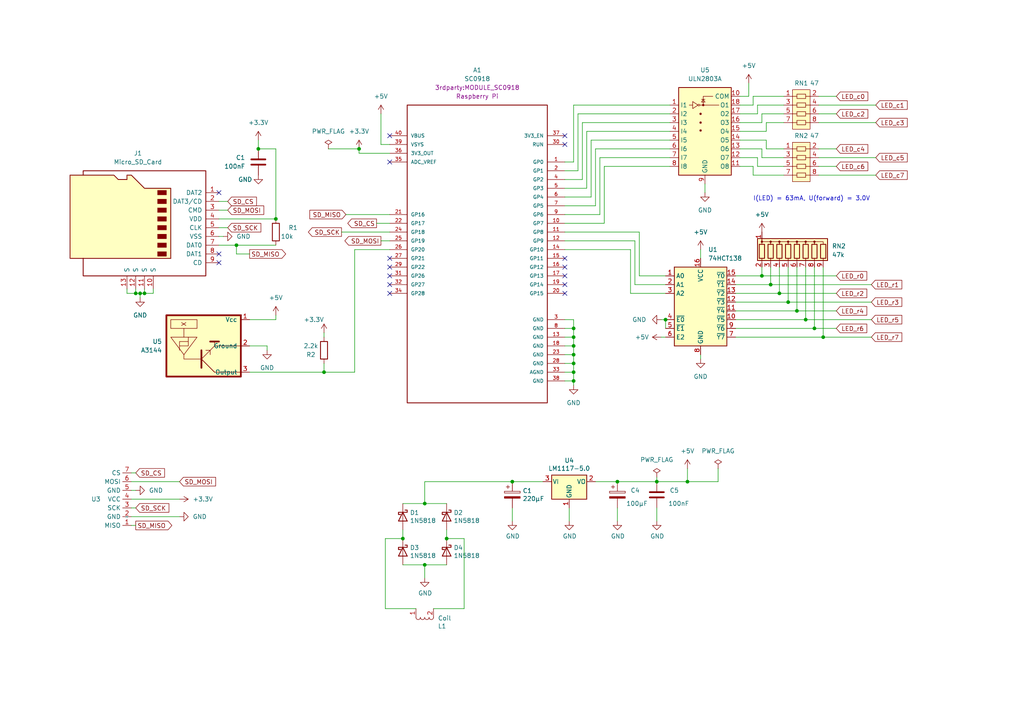
<source format=kicad_sch>
(kicad_sch (version 20230121) (generator eeschema)
  (paper "A4")
  (lib_symbols
    (symbol "74xx:74HCT138"
      (property "Reference" "U" (at -7.62 13.97 0))
      (property "Value" "74HCT138" (at 2.54 -11.43 0))
      (symbol "74HCT138_0_1"
        (rectangle (start -7.62 12.7) (end 7.62 -10.16) (stroke (width 0.254)) (fill (type background)))
      )
      (symbol "74HCT138_1_1"
        (pin input line (at -10.16 10.16 0) (length 2.54) (name "A0") (number "1"))
        (pin output line (at 10.16 -2.54 180) (length 2.54) (name "~{Y5}") (number "10"))
        (pin output line (at 10.16 0 180) (length 2.54) (name "~{Y4}") (number "11"))
        (pin output line (at 10.16 2.54 180) (length 2.54) (name "~{Y3}") (number "12"))
        (pin output line (at 10.16 5.08 180) (length 2.54) (name "~{Y2}") (number "13"))
        (pin output line (at 10.16 7.62 180) (length 2.54) (name "~{Y1}") (number "14"))
        (pin output line (at 10.16 10.16 180) (length 2.54) (name "~{Y0}") (number "15"))
        (pin power_in line (at 0 15.24 270) (length 2.54) (name "VCC") (number "16"))
        (pin input line (at -10.16 7.62 0) (length 2.54) (name "A1") (number "2"))
        (pin input line (at -10.16 5.08 0) (length 2.54) (name "A2") (number "3"))
        (pin input line (at -10.16 -2.54 0) (length 2.54) (name "~{E0}") (number "4"))
        (pin input line (at -10.16 -5.08 0) (length 2.54) (name "~{E1}") (number "5"))
        (pin input line (at -10.16 -7.62 0) (length 2.54) (name "E2") (number "6"))
        (pin output line (at 10.16 -7.62 180) (length 2.54) (name "~{Y7}") (number "7"))
        (pin power_in line (at 0 -12.7 90) (length 2.54) (name "GND") (number "8"))
        (pin output line (at 10.16 -5.08 180) (length 2.54) (name "~{Y6}") (number "9"))
      )
    )
    (symbol "Device:C" (pin_numbers hide) (pin_names (offset 0.254))
      (property "Reference" "C" (at 0.635 2.54 0))
      (property "Value" "C" (at 0.635 -2.54 0))
      (symbol "C_0_1"
        (polyline (pts (xy -2.032 -0.762) (xy 2.032 -0.762)) (stroke (width 0.508)))
        (polyline (pts (xy -2.032 0.762) (xy 2.032 0.762)) (stroke (width 0.508)))
      )
      (symbol "C_1_1"
        (pin passive line (at 0 3.81 270) (length 2.794) (name "~") (number "1"))
        (pin passive line (at 0 -3.81 90) (length 2.794) (name "~") (number "2"))
      )
    )
    (symbol "Device:D_Schottky" (pin_numbers hide) (pin_names (offset 1.016) hide)
      (property "Reference" "D" (at 0 2.54 0))
      (property "Value" "D_Schottky" (at 0 -2.54 0))
      (symbol "D_Schottky_0_1"
        (polyline (pts (xy 1.27 0) (xy -1.27 0)))
        (polyline (pts (xy 1.27 1.27) (xy 1.27 -1.27) (xy -1.27 0) (xy 1.27 1.27)) (stroke (width 0.254)))
        (polyline (pts (xy -1.905 0.635) (xy -1.905 1.27) (xy -1.27 1.27) (xy -1.27 -1.27) (xy -0.635 -1.27) (xy -0.635 -0.635)) (stroke (width 0.254)))
      )
      (symbol "D_Schottky_1_1"
        (pin passive line (at -3.81 0 0) (length 2.54) (name "K") (number "1"))
        (pin passive line (at 3.81 0 180) (length 2.54) (name "A") (number "2"))
      )
    )
    (symbol "Device:R" (pin_numbers hide) (pin_names (offset 0))
      (property "Reference" "R" (at 2.032 0 90))
      (property "Value" "R" (at 0 0 90))
      (symbol "R_0_1"
        (rectangle (start -1.016 -2.54) (end 1.016 2.54) (stroke (width 0.254)))
      )
      (symbol "R_1_1"
        (pin passive line (at 0 3.81 270) (length 1.27) (name "~") (number "1"))
        (pin passive line (at 0 -3.81 90) (length 1.27) (name "~") (number "2"))
      )
    )
    (symbol "Device:R_Network08" (pin_names (offset 0) hide)
      (property "Reference" "RN" (at -12.7 0 90))
      (property "Value" "R_Network08" (at 10.16 0 90))
      (symbol "R_Network08_0_1"
        (rectangle (start -11.43 -3.175) (end 8.89 3.175) (stroke (width 0.254)) (fill (type background)))
        (rectangle (start -10.922 1.524) (end -9.398 -2.54) (stroke (width 0.254)))
        (circle (center -10.16 2.286) (radius 0.254) (fill (type outline)))
        (rectangle (start -8.382 1.524) (end -6.858 -2.54) (stroke (width 0.254)))
        (circle (center -7.62 2.286) (radius 0.254) (fill (type outline)))
        (rectangle (start -5.842 1.524) (end -4.318 -2.54) (stroke (width 0.254)))
        (circle (center -5.08 2.286) (radius 0.254) (fill (type outline)))
        (rectangle (start -3.302 1.524) (end -1.778 -2.54) (stroke (width 0.254)))
        (circle (center -2.54 2.286) (radius 0.254) (fill (type outline)))
        (rectangle (start -0.762 1.524) (end 0.762 -2.54) (stroke (width 0.254)))
        (polyline (pts (xy -10.16 -2.54) (xy -10.16 -3.81)))
        (polyline (pts (xy -7.62 -2.54) (xy -7.62 -3.81)))
        (polyline (pts (xy -5.08 -2.54) (xy -5.08 -3.81)))
        (polyline (pts (xy -2.54 -2.54) (xy -2.54 -3.81)))
        (polyline (pts (xy 0 -2.54) (xy 0 -3.81)))
        (polyline (pts (xy 2.54 -2.54) (xy 2.54 -3.81)))
        (polyline (pts (xy 5.08 -2.54) (xy 5.08 -3.81)))
        (polyline (pts (xy 7.62 -2.54) (xy 7.62 -3.81)))
        (polyline (pts (xy -10.16 1.524) (xy -10.16 2.286) (xy -7.62 2.286) (xy -7.62 1.524)))
        (polyline (pts (xy -7.62 1.524) (xy -7.62 2.286) (xy -5.08 2.286) (xy -5.08 1.524)))
        (polyline (pts (xy -5.08 1.524) (xy -5.08 2.286) (xy -2.54 2.286) (xy -2.54 1.524)))
        (polyline (pts (xy -2.54 1.524) (xy -2.54 2.286) (xy 0 2.286) (xy 0 1.524)))
        (polyline (pts (xy 0 1.524) (xy 0 2.286) (xy 2.54 2.286) (xy 2.54 1.524)))
        (polyline (pts (xy 2.54 1.524) (xy 2.54 2.286) (xy 5.08 2.286) (xy 5.08 1.524)))
        (polyline (pts (xy 5.08 1.524) (xy 5.08 2.286) (xy 7.62 2.286) (xy 7.62 1.524)))
        (circle (center 0 2.286) (radius 0.254) (fill (type outline)))
        (rectangle (start 1.778 1.524) (end 3.302 -2.54) (stroke (width 0.254)))
        (circle (center 2.54 2.286) (radius 0.254) (fill (type outline)))
        (rectangle (start 4.318 1.524) (end 5.842 -2.54) (stroke (width 0.254)))
        (circle (center 5.08 2.286) (radius 0.254) (fill (type outline)))
        (rectangle (start 6.858 1.524) (end 8.382 -2.54) (stroke (width 0.254)))
      )
      (symbol "R_Network08_1_1"
        (pin passive line (at -10.16 5.08 270) (length 2.54) (name "common") (number "1"))
        (pin passive line (at -10.16 -5.08 90) (length 1.27) (name "R1") (number "2"))
        (pin passive line (at -7.62 -5.08 90) (length 1.27) (name "R2") (number "3"))
        (pin passive line (at -5.08 -5.08 90) (length 1.27) (name "R3") (number "4"))
        (pin passive line (at -2.54 -5.08 90) (length 1.27) (name "R4") (number "5"))
        (pin passive line (at 0 -5.08 90) (length 1.27) (name "R5") (number "6"))
        (pin passive line (at 2.54 -5.08 90) (length 1.27) (name "R6") (number "7"))
        (pin passive line (at 5.08 -5.08 90) (length 1.27) (name "R7") (number "8"))
        (pin passive line (at 7.62 -5.08 90) (length 1.27) (name "R8") (number "9"))
      )
    )
    (symbol "New_Library:RN4"
      (property "Reference" "RN" (at -0.635 6.985 0))
      (symbol "RN4_0_1"
        (rectangle (start -1.27 -3.175) (end 1.27 -4.445))
        (rectangle (start -1.27 -0.635) (end 1.27 -1.905))
        (rectangle (start -1.27 1.905) (end 1.27 0.635))
        (rectangle (start -1.27 4.445) (end 1.27 3.175))
        (polyline (pts (xy -2.54 -3.81) (xy -1.27 -3.81)))
        (polyline (pts (xy -2.54 -1.27) (xy -1.27 -1.27)))
        (polyline (pts (xy -2.54 1.27) (xy -1.27 1.27)))
        (polyline (pts (xy -2.54 3.81) (xy -1.27 3.81)))
        (polyline (pts (xy 1.27 -3.81) (xy 2.54 -3.81)))
        (polyline (pts (xy 1.27 -1.27) (xy 2.54 -1.27)))
        (polyline (pts (xy 1.27 1.27) (xy 2.54 1.27)))
        (polyline (pts (xy 1.27 3.81) (xy 2.54 3.81)))
      )
      (symbol "RN4_1_1"
        (rectangle (start -2.54 5.715) (end 2.54 -5.715) (fill (type background)))
        (pin input line (at -5.08 3.81 0) (length 2.54) (name "") (number "1"))
        (pin input line (at 5.08 3.81 180) (length 2.54) (name "") (number "2"))
        (pin input line (at -5.08 1.27 0) (length 2.54) (name "") (number "3"))
        (pin input line (at 5.08 1.27 180) (length 2.54) (name "") (number "4"))
        (pin input line (at -5.08 -1.27 0) (length 2.54) (name "") (number "5"))
        (pin input line (at 5.08 -1.27 180) (length 2.54) (name "") (number "6"))
        (pin input line (at -5.08 -3.81 0) (length 2.54) (name "") (number "7"))
        (pin input line (at 5.08 -3.81 180) (length 2.54) (name "") (number "8"))
      )
    )
    (symbol "New_Library:SD_card_connector"
      (property "Reference" "U" (at -8.89 0 0))
      (symbol "SD_card_connector_1_1"
        (pin input line (at -1.27 -2.54 0) (length 2.54) (name "MISO") (number "1"))
        (pin input line (at -1.27 0 0) (length 2.54) (name "GND") (number "2"))
        (pin input line (at -1.27 2.54 0) (length 2.54) (name "SCK") (number "3"))
        (pin input line (at -1.27 5.08 0) (length 2.54) (name "VCC") (number "4"))
        (pin input line (at -1.27 7.62 0) (length 2.54) (name "GND") (number "5"))
        (pin input line (at -1.27 10.16 0) (length 2.54) (name "MOSI") (number "6"))
        (pin input line (at -1.27 12.7 0) (length 2.54) (name "CS") (number "7"))
      )
    )
    (symbol "New_Library:my_Micro_SD_Card" (pin_names (offset 1.016))
      (property "Reference" "J" (at -16.51 15.24 0))
      (property "Value" "Micro_SD_Card" (at 16.51 15.24 0))
      (symbol "my_Micro_SD_Card_0_1"
        (rectangle (start -7.62 -9.525) (end -5.08 -10.795) (fill (type outline)))
        (rectangle (start -7.62 -6.985) (end -5.08 -8.255) (fill (type outline)))
        (rectangle (start -7.62 -4.445) (end -5.08 -5.715) (fill (type outline)))
        (rectangle (start -7.62 -1.905) (end -5.08 -3.175) (fill (type outline)))
        (rectangle (start -7.62 0.635) (end -5.08 -0.635) (fill (type outline)))
        (rectangle (start -7.62 3.175) (end -5.08 1.905) (fill (type outline)))
        (rectangle (start -7.62 5.715) (end -5.08 4.445) (fill (type outline)))
        (rectangle (start -7.62 8.255) (end -5.08 6.985) (fill (type outline)))
        (polyline (pts (xy 16.51 12.7) (xy 16.51 13.97) (xy -19.05 13.97) (xy -19.05 -16.51) (xy 16.51 -16.51) (xy 16.51 -11.43)) (stroke (width 0.254)))
        (polyline (pts (xy -8.89 -11.43) (xy -8.89 8.89) (xy -1.27 8.89) (xy 2.54 12.7) (xy 3.81 12.7) (xy 3.81 11.43) (xy 6.35 11.43) (xy 7.62 12.7) (xy 20.32 12.7) (xy 20.32 -11.43) (xy -8.89 -11.43)) (stroke (width 0.254)) (fill (type background)))
      )
      (symbol "my_Micro_SD_Card_1_1"
        (pin bidirectional line (at -22.86 7.62 0) (length 3.81) (name "DAT2") (number "1"))
        (pin passive line (at -3.81 -20.32 90) (length 3.81) (name "S") (number "10"))
        (pin passive line (at -1.27 -20.32 90) (length 3.81) (name "S") (number "11"))
        (pin passive line (at 1.27 -20.32 90) (length 3.81) (name "S") (number "12"))
        (pin passive line (at 3.81 -20.32 90) (length 3.81) (name "S") (number "13"))
        (pin bidirectional line (at -22.86 5.08 0) (length 3.81) (name "DAT3/CD") (number "2"))
        (pin input line (at -22.86 2.54 0) (length 3.81) (name "CMD") (number "3"))
        (pin power_in line (at -22.86 0 0) (length 3.81) (name "VDD") (number "4"))
        (pin input line (at -22.86 -2.54 0) (length 3.81) (name "CLK") (number "5"))
        (pin power_in line (at -22.86 -5.08 0) (length 3.81) (name "VSS") (number "6"))
        (pin bidirectional line (at -22.86 -7.62 0) (length 3.81) (name "DAT0") (number "7"))
        (pin bidirectional line (at -22.86 -10.16 0) (length 3.81) (name "DAT1") (number "8"))
        (pin output line (at -22.86 -12.7 0) (length 3.81) (name "CD") (number "9"))
      )
    )
    (symbol "RD40_display_V1-rescue:CP-Device" (pin_numbers hide) (pin_names (offset 0.254))
      (property "Reference" "C" (at 0.635 2.54 0))
      (property "Value" "Device_CP" (at 0.635 -2.54 0))
      (symbol "CP-Device_0_1"
        (rectangle (start -2.286 0.508) (end 2.286 1.016))
        (polyline (pts (xy -1.778 2.286) (xy -0.762 2.286)))
        (polyline (pts (xy -1.27 2.794) (xy -1.27 1.778)))
        (rectangle (start 2.286 -0.508) (end -2.286 -1.016) (fill (type outline)))
      )
      (symbol "CP-Device_1_1"
        (pin passive line (at 0 3.81 270) (length 2.794) (name "~") (number "1"))
        (pin passive line (at 0 -3.81 90) (length 2.794) (name "~") (number "2"))
      )
    )
    (symbol "RD40_display_V1-rescue:LM1117-3.3-Regulator_Linear" (pin_names (offset 0.254))
      (property "Reference" "U" (at -3.81 3.175 0))
      (property "Value" "Regulator_Linear_LM1117-3.3" (at 0 3.175 0))
      (symbol "LM1117-3.3-Regulator_Linear_0_1"
        (rectangle (start -5.08 -5.08) (end 5.08 1.905) (stroke (width 0.254)) (fill (type background)))
      )
      (symbol "LM1117-3.3-Regulator_Linear_1_1"
        (pin power_in line (at 0 -7.62 90) (length 2.54) (name "GND") (number "1"))
        (pin power_out line (at 7.62 0 180) (length 2.54) (name "VO") (number "2"))
        (pin power_in line (at -7.62 0 0) (length 2.54) (name "VI") (number "3"))
      )
    )
    (symbol "RN4_1"
      (property "Reference" "RN" (at -0.635 6.985 0))
      (symbol "RN4_1_0_1"
        (rectangle (start -1.27 -3.175) (end 1.27 -4.445))
        (rectangle (start -1.27 -0.635) (end 1.27 -1.905))
        (rectangle (start -1.27 1.905) (end 1.27 0.635))
        (rectangle (start -1.27 4.445) (end 1.27 3.175))
        (polyline (pts (xy -2.54 -3.81) (xy -1.27 -3.81)))
        (polyline (pts (xy -2.54 -1.27) (xy -1.27 -1.27)))
        (polyline (pts (xy -2.54 1.27) (xy -1.27 1.27)))
        (polyline (pts (xy -2.54 3.81) (xy -1.27 3.81)))
        (polyline (pts (xy 1.27 -3.81) (xy 2.54 -3.81)))
        (polyline (pts (xy 1.27 -1.27) (xy 2.54 -1.27)))
        (polyline (pts (xy 1.27 1.27) (xy 2.54 1.27)))
        (polyline (pts (xy 1.27 3.81) (xy 2.54 3.81)))
      )
      (symbol "RN4_1_1_1"
        (rectangle (start -2.54 5.715) (end 2.54 -5.715) (fill (type background)))
        (pin input line (at -5.08 3.81 0) (length 2.54) (name "") (number "1"))
        (pin input line (at 5.08 3.81 180) (length 2.54) (name "") (number "2"))
        (pin input line (at -5.08 1.27 0) (length 2.54) (name "") (number "3"))
        (pin input line (at 5.08 1.27 180) (length 2.54) (name "") (number "4"))
        (pin input line (at -5.08 -1.27 0) (length 2.54) (name "") (number "5"))
        (pin input line (at 5.08 -1.27 180) (length 2.54) (name "") (number "6"))
        (pin input line (at -5.08 -3.81 0) (length 2.54) (name "") (number "7"))
        (pin input line (at 5.08 -3.81 180) (length 2.54) (name "") (number "8"))
      )
    )
    (symbol "Raspberry_Pi_Pico_W_SC0918:SC0918" (pin_names (offset 1.016))
      (property "Reference" "A1" (at 0 58.42 0))
      (property "Value" "SC0918" (at 0 55.88 0))
      (property "Footprint" "Raspberry Pi:MODULE_SC0918" (at -12.7 -46.99 0))
      (property "manufacturer" "Raspberry Pi" (at 0 53.34 0))
      (symbol "SC0918_0_0"
        (rectangle (start -20.32 -43.18) (end 20.32 43.18) (stroke (width 0.254)))
        (pin bidirectional line (at -25.4 26.67 0) (length 5.08) (name "GP0") (number "1"))
        (pin bidirectional line (at -25.4 8.89 0) (length 5.08) (name "GP7") (number "10"))
        (pin bidirectional line (at -25.4 6.35 0) (length 5.08) (name "GP8") (number "11"))
        (pin bidirectional line (at -25.4 3.81 0) (length 5.08) (name "GP9") (number "12"))
        (pin power_in line (at -25.4 -24.13 0) (length 5.08) (name "GND") (number "13"))
        (pin bidirectional line (at -25.4 1.27 0) (length 5.08) (name "GP10") (number "14"))
        (pin bidirectional line (at -25.4 -1.27 0) (length 5.08) (name "GP11") (number "15"))
        (pin bidirectional line (at -25.4 -3.81 0) (length 5.08) (name "GP12") (number "16"))
        (pin bidirectional line (at -25.4 -6.35 0) (length 5.08) (name "GP13") (number "17"))
        (pin power_in line (at -25.4 -26.67 0) (length 5.08) (name "GND") (number "18"))
        (pin bidirectional line (at -25.4 -8.89 0) (length 5.08) (name "GP14") (number "19"))
        (pin bidirectional line (at -25.4 24.13 0) (length 5.08) (name "GP1") (number "2"))
        (pin bidirectional line (at -25.4 -11.43 0) (length 5.08) (name "GP15") (number "20"))
        (pin bidirectional line (at 25.4 11.43 180) (length 5.08) (name "GP16") (number "21"))
        (pin bidirectional line (at 25.4 8.89 180) (length 5.08) (name "GP17") (number "22"))
        (pin power_in line (at -25.4 -29.21 0) (length 5.08) (name "GND") (number "23"))
        (pin bidirectional line (at 25.4 6.35 180) (length 5.08) (name "GP18") (number "24"))
        (pin bidirectional line (at 25.4 3.81 180) (length 5.08) (name "GP19") (number "25"))
        (pin bidirectional line (at 25.4 1.27 180) (length 5.08) (name "GP20") (number "26"))
        (pin bidirectional line (at 25.4 -1.27 180) (length 5.08) (name "GP21") (number "27"))
        (pin power_in line (at -25.4 -31.75 0) (length 5.08) (name "GND") (number "28"))
        (pin bidirectional line (at 25.4 -3.81 180) (length 5.08) (name "GP22") (number "29"))
        (pin power_in line (at -25.4 -19.05 0) (length 5.08) (name "GND") (number "3"))
        (pin input line (at -25.4 31.75 0) (length 5.08) (name "RUN") (number "30"))
        (pin bidirectional line (at 25.4 -6.35 180) (length 5.08) (name "GP26") (number "31"))
        (pin bidirectional line (at 25.4 -8.89 180) (length 5.08) (name "GP27") (number "32"))
        (pin power_in line (at -25.4 -34.29 0) (length 5.08) (name "AGND") (number "33"))
        (pin bidirectional line (at 25.4 -11.43 180) (length 5.08) (name "GP28") (number "34"))
        (pin power_in line (at 25.4 26.67 180) (length 5.08) (name "ADC_VREF") (number "35"))
        (pin power_in line (at 25.4 29.21 180) (length 5.08) (name "3V3_OUT") (number "36"))
        (pin input line (at -25.4 34.29 0) (length 5.08) (name "3V3_EN") (number "37"))
        (pin power_in line (at -25.4 -36.83 0) (length 5.08) (name "GND") (number "38"))
        (pin free line (at 25.4 31.75 180) (length 5.08) (name "VSYS") (number "39"))
        (pin bidirectional line (at -25.4 21.59 0) (length 5.08) (name "GP2") (number "4"))
        (pin free line (at 25.4 34.29 180) (length 5.08) (name "VBUS") (number "40"))
        (pin bidirectional line (at -25.4 19.05 0) (length 5.08) (name "GP3") (number "5"))
        (pin bidirectional line (at -25.4 16.51 0) (length 5.08) (name "GP4") (number "6"))
        (pin bidirectional line (at -25.4 13.97 0) (length 5.08) (name "GP5") (number "7"))
        (pin power_in line (at -25.4 -21.59 0) (length 5.08) (name "GND") (number "8"))
        (pin bidirectional line (at -25.4 11.43 0) (length 5.08) (name "GP6") (number "9"))
      )
    )
    (symbol "Transistor_Array:ULN2803A"
      (property "Reference" "U" (at 0 13.335 0))
      (property "Value" "ULN2803A" (at 0 11.43 0))
      (symbol "ULN2803A_0_1"
        (rectangle (start -7.62 -15.24) (end 7.62 10.16) (stroke (width 0.254)) (fill (type background)))
        (circle (center -1.778 5.08) (radius 0.254))
        (circle (center -1.27 -2.286) (radius 0.254) (fill (type outline)))
        (circle (center -1.27 0) (radius 0.254) (fill (type outline)))
        (circle (center -1.27 2.54) (radius 0.254) (fill (type outline)))
        (circle (center -0.508 5.08) (radius 0.254) (fill (type outline)))
        (polyline (pts (xy -4.572 5.08) (xy -3.556 5.08)))
        (polyline (pts (xy -1.524 5.08) (xy 4.064 5.08)))
        (polyline (pts (xy 0 6.731) (xy -1.016 6.731)))
        (polyline (pts (xy -0.508 5.08) (xy -0.508 7.62) (xy 2.286 7.62)))
        (polyline (pts (xy -3.556 6.096) (xy -3.556 4.064) (xy -2.032 5.08) (xy -3.556 6.096)))
        (polyline (pts (xy 0 5.969) (xy -1.016 5.969) (xy -0.508 6.731) (xy 0 5.969)))
      )
      (symbol "ULN2803A_1_1"
        (pin input line (at -10.16 5.08 0) (length 2.54) (name "I1") (number "1"))
        (pin passive line (at 10.16 7.62 180) (length 2.54) (name "COM") (number "10"))
        (pin open_collector line (at 10.16 -12.7 180) (length 2.54) (name "O8") (number "11"))
        (pin open_collector line (at 10.16 -10.16 180) (length 2.54) (name "O7") (number "12"))
        (pin open_collector line (at 10.16 -7.62 180) (length 2.54) (name "O6") (number "13"))
        (pin open_collector line (at 10.16 -5.08 180) (length 2.54) (name "O5") (number "14"))
        (pin open_collector line (at 10.16 -2.54 180) (length 2.54) (name "O4") (number "15"))
        (pin open_collector line (at 10.16 0 180) (length 2.54) (name "O3") (number "16"))
        (pin open_collector line (at 10.16 2.54 180) (length 2.54) (name "O2") (number "17"))
        (pin open_collector line (at 10.16 5.08 180) (length 2.54) (name "O1") (number "18"))
        (pin input line (at -10.16 2.54 0) (length 2.54) (name "I2") (number "2"))
        (pin input line (at -10.16 0 0) (length 2.54) (name "I3") (number "3"))
        (pin input line (at -10.16 -2.54 0) (length 2.54) (name "I4") (number "4"))
        (pin input line (at -10.16 -5.08 0) (length 2.54) (name "I5") (number "5"))
        (pin input line (at -10.16 -7.62 0) (length 2.54) (name "I6") (number "6"))
        (pin input line (at -10.16 -10.16 0) (length 2.54) (name "I7") (number "7"))
        (pin input line (at -10.16 -12.7 0) (length 2.54) (name "I8") (number "8"))
        (pin power_in line (at 0 -17.78 90) (length 2.54) (name "GND") (number "9"))
      )
    )
    (symbol "my_symbols:A3144" (pin_names (offset 1.016))
      (property "Reference" "U" (at -1.27 3.81 0))
      (property "Value" "A3144" (at -1.27 1.27 0))
      (symbol "A3144_0_0"
        (polyline (pts (xy -2.54 -13.97) (xy -2.54 -16.51)) (stroke (width 0.508)))
        (polyline (pts (xy -1.27 -17.78) (xy -1.27 -22.86)))
        (polyline (pts (xy -1.27 -15.24) (xy -2.54 -15.24)))
        (polyline (pts (xy -1.27 -15.24) (xy -1.27 -17.78)))
        (polyline (pts (xy 0 -11.43) (xy 5.08 -11.43)) (stroke (width 0.508)))
        (polyline (pts (xy 2.54 -11.43) (xy 6.35 -15.24)))
        (polyline (pts (xy 6.35 -17.78) (xy 6.35 -22.86)))
        (polyline (pts (xy 6.35 -15.24) (xy 6.35 -17.78)))
        (polyline (pts (xy 1.27 -6.35) (xy 2.54 -6.35) (xy 2.54 -11.43)))
        (polyline (pts (xy 0 -13.97) (xy 1.27 -13.97) (xy 0 -13.97) (xy 0 -12.7)))
        (polyline (pts (xy 2.54 -11.43) (xy -1.27 -15.24) (xy 2.54 -11.43) (xy 6.35 -15.24)))
        (polyline (pts (xy -10.16 -22.86) (xy 7.62 -22.86) (xy 7.62 -1.27) (xy -10.16 -1.27) (xy -10.16 -22.86)) (stroke (width 0.508)) (fill (type background)))
        (text "X" (at -7.62 -6.35 0) (effects (font (size 1.27 1.27))))
      )
      (symbol "A3144_0_1"
        (polyline (pts (xy -3.81 -6.35) (xy -6.35 -6.35)))
        (polyline (pts (xy 1.27 -6.35) (xy -3.81 -2.54) (xy -3.81 -10.16) (xy 1.27 -6.35)))
        (polyline (pts (xy -6.35 -2.54) (xy -8.89 -2.54) (xy -8.89 -10.16) (xy -6.35 -10.16) (xy -6.35 -2.54)))
        (polyline (pts (xy -3.81 -7.62) (xy -1.27 -7.62) (xy -1.27 -5.08) (xy 0 -5.08) (xy -2.54 -5.08) (xy -2.54 -7.62) (xy -2.54 -6.35) (xy -2.54 -7.62)))
      )
      (symbol "A3144_1_1"
        (pin input line (at -8.89 -25.4 90) (length 2.54) (name "Vcc") (number "1"))
        (pin input line (at -1.27 -25.4 90) (length 2.54) (name "Ground") (number "2"))
        (pin input line (at 6.35 -25.4 90) (length 2.54) (name "Output") (number "3"))
      )
    )
    (symbol "my_symbols:Coil" (pin_names (offset 1.016))
      (property "Reference" "L**" (at 0 2.54 0))
      (property "Value" "Coil" (at 0 5.08 0))
      (symbol "Coil_0_1"
        (arc (start -1.27 0) (mid -1.905 0.6323) (end -2.54 0))
        (arc (start 0 0) (mid -0.635 0.6323) (end -1.27 0))
        (arc (start 0 0) (mid 0 0) (end 0 0))
        (arc (start 1.27 0) (mid 0.635 0.6323) (end 0 0))
        (arc (start 2.54 0) (mid 1.905 0.6323) (end 1.27 0))
      )
      (symbol "Coil_1_1"
        (pin input line (at -2.54 -2.54 90) (length 2.54) (name "~") (number "1"))
        (pin input line (at 2.54 -2.54 90) (length 2.54) (name "~") (number "2"))
      )
    )
    (symbol "power:+3.3V" (power) (pin_names (offset 0))
      (property "Value" "+3.3V" (at 0 3.556 0))
      (symbol "+3.3V_0_1"
        (polyline (pts (xy -0.762 1.27) (xy 0 2.54)))
        (polyline (pts (xy 0 0) (xy 0 2.54)))
        (polyline (pts (xy 0 2.54) (xy 0.762 1.27)))
      )
      (symbol "+3.3V_1_1"
        (pin power_in line (at 0 0 90) (length 0) hide (name "+3.3V") (number "1"))
      )
    )
    (symbol "power:+5V" (power) (pin_names (offset 0))
      (property "Value" "+5V" (at 0 3.556 0))
      (symbol "+5V_0_1"
        (polyline (pts (xy -0.762 1.27) (xy 0 2.54)))
        (polyline (pts (xy 0 0) (xy 0 2.54)))
        (polyline (pts (xy 0 2.54) (xy 0.762 1.27)))
      )
      (symbol "+5V_1_1"
        (pin power_in line (at 0 0 90) (length 0) hide (name "+5V") (number "1"))
      )
    )
    (symbol "power:GND" (power) (pin_names (offset 0))
      (property "Value" "GND" (at 0 -3.81 0))
      (symbol "GND_0_1"
        (polyline (pts (xy 0 0) (xy 0 -1.27) (xy 1.27 -1.27) (xy 0 -2.54) (xy -1.27 -1.27) (xy 0 -1.27)))
      )
      (symbol "GND_1_1"
        (pin power_in line (at 0 0 270) (length 0) hide (name "GND") (number "1"))
      )
    )
    (symbol "power:PWR_FLAG" (power) (pin_numbers hide) (pin_names (offset 0) hide)
      (property "Value" "PWR_FLAG" (at 0 3.81 0))
      (symbol "PWR_FLAG_0_0"
        (pin power_out line (at 0 0 90) (length 0) (name "pwr") (number "1"))
      )
      (symbol "PWR_FLAG_0_1"
        (polyline (pts (xy 0 0) (xy 0 1.27) (xy -1.016 1.905) (xy 0 2.54) (xy 1.016 1.905) (xy 0 1.27)))
      )
    )
  )
  (junction (at 236.22 95.25))
  (junction (at 40.64 85.09))
  (junction (at 166.37 105.41))
  (junction (at 68.58 71.12))
  (junction (at 223.52 82.55))
  (junction (at 129.54 156.21))
  (junction (at 233.68 92.71))
  (junction (at 104.14 43.18))
  (junction (at 116.84 156.21))
  (junction (at 166.37 97.79))
  (junction (at 226.06 85.09))
  (junction (at 166.37 100.33))
  (junction (at 166.37 110.49))
  (junction (at 238.76 97.79))
  (junction (at 228.6 87.63))
  (junction (at 39.37 85.09))
  (junction (at 199.39 139.7))
  (junction (at 231.14 90.17))
  (junction (at 148.59 139.7))
  (junction (at 123.19 163.83))
  (junction (at 220.98 80.01))
  (junction (at 193.04 92.71))
  (junction (at 74.93 43.18))
  (junction (at 166.37 102.87))
  (junction (at 80.01 63.5))
  (junction (at 190.5 139.7))
  (junction (at 93.98 107.95))
  (junction (at 166.37 107.95))
  (junction (at 41.91 85.09))
  (junction (at 179.07 139.7))
  (junction (at 123.19 146.05))
  (junction (at 166.37 95.25))
  (no_connect (at 163.83 39.37))
  (no_connect (at 113.03 39.37))
  (no_connect (at 63.5 55.88))
  (no_connect (at 113.03 77.47))
  (no_connect (at 63.5 73.66))
  (no_connect (at 163.83 82.55))
  (no_connect (at 113.03 46.99))
  (no_connect (at 163.83 74.93))
  (no_connect (at 163.83 41.91))
  (no_connect (at 163.83 85.09))
  (no_connect (at 113.03 82.55))
  (no_connect (at 163.83 80.01))
  (no_connect (at 113.03 80.01))
  (no_connect (at 113.03 85.09))
  (no_connect (at 63.5 76.2))
  (no_connect (at 163.83 77.47))
  (no_connect (at 113.03 74.93))
  (wire (pts (xy 39.37 85.09) (xy 40.64 85.09)))
  (wire (pts (xy 220.98 43.18) (xy 220.98 45.72)))
  (wire (pts (xy 172.72 43.18) (xy 194.31 43.18)))
  (wire (pts (xy 236.22 77.47) (xy 236.22 95.25)))
  (wire (pts (xy 123.19 167.64) (xy 123.19 163.83)))
  (wire (pts (xy 38.1 137.16) (xy 39.37 137.16)))
  (wire (pts (xy 163.83 102.87) (xy 166.37 102.87)))
  (wire (pts (xy 72.39 107.95) (xy 93.98 107.95)))
  (wire (pts (xy 185.42 80.01) (xy 193.04 80.01)))
  (wire (pts (xy 220.98 77.47) (xy 220.98 80.01)))
  (wire (pts (xy 179.07 147.32) (xy 179.07 151.13)))
  (wire (pts (xy 222.25 43.18) (xy 227.33 43.18)))
  (wire (pts (xy 226.06 85.09) (xy 242.57 85.09)))
  (wire (pts (xy 163.83 105.41) (xy 166.37 105.41)))
  (wire (pts (xy 111.76 156.21) (xy 116.84 156.21)))
  (wire (pts (xy 219.71 30.48) (xy 227.33 30.48)))
  (wire (pts (xy 190.5 138.43) (xy 190.5 139.7)))
  (wire (pts (xy 228.6 77.47) (xy 228.6 87.63)))
  (wire (pts (xy 173.99 45.72) (xy 194.31 45.72)))
  (wire (pts (xy 111.76 176.53) (xy 111.76 156.21)))
  (wire (pts (xy 120.65 176.53) (xy 111.76 176.53)))
  (wire (pts (xy 220.98 33.02) (xy 227.33 33.02)))
  (wire (pts (xy 129.54 146.05) (xy 123.19 146.05)))
  (wire (pts (xy 190.5 147.32) (xy 190.5 151.13)))
  (wire (pts (xy 68.58 71.12) (xy 63.5 71.12)))
  (wire (pts (xy 166.37 97.79) (xy 166.37 95.25)))
  (wire (pts (xy 163.83 67.31) (xy 185.42 67.31)))
  (wire (pts (xy 38.1 144.78) (xy 52.07 144.78)))
  (wire (pts (xy 237.49 35.56) (xy 254 35.56)))
  (wire (pts (xy 102.87 72.39) (xy 113.03 72.39)))
  (wire (pts (xy 217.17 24.13) (xy 217.17 27.94)))
  (wire (pts (xy 213.36 90.17) (xy 231.14 90.17)))
  (wire (pts (xy 237.49 33.02) (xy 242.57 33.02)))
  (wire (pts (xy 163.83 46.99) (xy 166.37 46.99)))
  (wire (pts (xy 110.49 33.02) (xy 110.49 41.91)))
  (wire (pts (xy 214.63 43.18) (xy 220.98 43.18)))
  (wire (pts (xy 163.83 100.33) (xy 166.37 100.33)))
  (wire (pts (xy 219.71 45.72) (xy 219.71 48.26)))
  (wire (pts (xy 36.83 85.09) (xy 39.37 85.09)))
  (wire (pts (xy 237.49 48.26) (xy 242.57 48.26)))
  (wire (pts (xy 219.71 33.02) (xy 219.71 30.48)))
  (wire (pts (xy 214.63 48.26) (xy 218.44 48.26)))
  (wire (pts (xy 204.47 53.34) (xy 204.47 55.88)))
  (wire (pts (xy 168.91 52.07) (xy 168.91 35.56)))
  (wire (pts (xy 237.49 27.94) (xy 242.57 27.94)))
  (wire (pts (xy 163.83 62.23) (xy 173.99 62.23)))
  (wire (pts (xy 40.64 85.09) (xy 41.91 85.09)))
  (wire (pts (xy 66.04 66.04) (xy 63.5 66.04)))
  (wire (pts (xy 182.88 85.09) (xy 193.04 85.09)))
  (wire (pts (xy 99.06 67.31) (xy 113.03 67.31)))
  (wire (pts (xy 163.83 95.25) (xy 166.37 95.25)))
  (wire (pts (xy 168.91 35.56) (xy 194.31 35.56)))
  (wire (pts (xy 163.83 64.77) (xy 175.26 64.77)))
  (wire (pts (xy 233.68 77.47) (xy 233.68 92.71)))
  (wire (pts (xy 222.25 38.1) (xy 222.25 35.56)))
  (wire (pts (xy 223.52 82.55) (xy 252.73 82.55)))
  (wire (pts (xy 170.18 38.1) (xy 194.31 38.1)))
  (wire (pts (xy 148.59 151.13) (xy 148.59 147.32)))
  (wire (pts (xy 102.87 107.95) (xy 102.87 72.39)))
  (wire (pts (xy 220.98 80.01) (xy 242.57 80.01)))
  (wire (pts (xy 214.63 40.64) (xy 222.25 40.64)))
  (wire (pts (xy 163.83 110.49) (xy 166.37 110.49)))
  (wire (pts (xy 44.45 85.09) (xy 44.45 83.82)))
  (wire (pts (xy 213.36 87.63) (xy 228.6 87.63)))
  (wire (pts (xy 80.01 92.71) (xy 72.39 92.71)))
  (wire (pts (xy 148.59 139.7) (xy 157.48 139.7)))
  (wire (pts (xy 41.91 83.82) (xy 41.91 85.09)))
  (wire (pts (xy 163.83 57.15) (xy 171.45 57.15)))
  (wire (pts (xy 123.19 163.83) (xy 129.54 163.83)))
  (wire (pts (xy 77.47 100.33) (xy 72.39 100.33)))
  (wire (pts (xy 163.83 49.53) (xy 167.64 49.53)))
  (wire (pts (xy 38.1 142.24) (xy 39.37 142.24)))
  (wire (pts (xy 218.44 48.26) (xy 218.44 50.8)))
  (wire (pts (xy 199.39 135.89) (xy 199.39 139.7)))
  (wire (pts (xy 38.1 139.7) (xy 52.07 139.7)))
  (wire (pts (xy 166.37 107.95) (xy 166.37 105.41)))
  (wire (pts (xy 123.19 139.7) (xy 148.59 139.7)))
  (wire (pts (xy 39.37 83.82) (xy 39.37 85.09)))
  (wire (pts (xy 236.22 95.25) (xy 242.57 95.25)))
  (wire (pts (xy 222.25 35.56) (xy 227.33 35.56)))
  (wire (pts (xy 173.99 62.23) (xy 173.99 45.72)))
  (wire (pts (xy 38.1 149.86) (xy 52.07 149.86)))
  (wire (pts (xy 233.68 92.71) (xy 252.73 92.71)))
  (wire (pts (xy 93.98 107.95) (xy 102.87 107.95)))
  (wire (pts (xy 66.04 60.96) (xy 63.5 60.96)))
  (wire (pts (xy 41.91 85.09) (xy 44.45 85.09)))
  (wire (pts (xy 237.49 30.48) (xy 254 30.48)))
  (wire (pts (xy 214.63 35.56) (xy 220.98 35.56)))
  (wire (pts (xy 191.77 97.79) (xy 193.04 97.79)))
  (wire (pts (xy 191.77 92.71) (xy 193.04 92.71)))
  (wire (pts (xy 213.36 92.71) (xy 233.68 92.71)))
  (wire (pts (xy 175.26 48.26) (xy 194.31 48.26)))
  (wire (pts (xy 166.37 111.76) (xy 166.37 110.49)))
  (wire (pts (xy 217.17 27.94) (xy 214.63 27.94)))
  (wire (pts (xy 179.07 139.7) (xy 190.5 139.7)))
  (wire (pts (xy 38.1 152.4) (xy 39.37 152.4)))
  (wire (pts (xy 38.1 147.32) (xy 39.37 147.32)))
  (wire (pts (xy 95.25 43.18) (xy 104.14 43.18)))
  (wire (pts (xy 93.98 105.41) (xy 93.98 107.95)))
  (wire (pts (xy 166.37 105.41) (xy 166.37 102.87)))
  (wire (pts (xy 167.64 33.02) (xy 194.31 33.02)))
  (wire (pts (xy 40.64 85.09) (xy 40.64 86.36)))
  (wire (pts (xy 166.37 92.71) (xy 163.83 92.71)))
  (wire (pts (xy 109.22 64.77) (xy 113.03 64.77)))
  (wire (pts (xy 100.33 62.23) (xy 113.03 62.23)))
  (wire (pts (xy 213.36 95.25) (xy 236.22 95.25)))
  (wire (pts (xy 166.37 100.33) (xy 166.37 97.79)))
  (wire (pts (xy 238.76 77.47) (xy 238.76 97.79)))
  (wire (pts (xy 104.14 43.18) (xy 104.14 44.45)))
  (wire (pts (xy 213.36 85.09) (xy 226.06 85.09)))
  (wire (pts (xy 110.49 69.85) (xy 113.03 69.85)))
  (wire (pts (xy 134.62 156.21) (xy 134.62 176.53)))
  (wire (pts (xy 77.47 101.6) (xy 77.47 100.33)))
  (wire (pts (xy 184.15 69.85) (xy 184.15 82.55)))
  (wire (pts (xy 226.06 77.47) (xy 226.06 85.09)))
  (wire (pts (xy 237.49 45.72) (xy 254 45.72)))
  (wire (pts (xy 163.83 52.07) (xy 168.91 52.07)))
  (wire (pts (xy 218.44 27.94) (xy 227.33 27.94)))
  (wire (pts (xy 166.37 95.25) (xy 166.37 92.71)))
  (wire (pts (xy 110.49 41.91) (xy 113.03 41.91)))
  (wire (pts (xy 163.83 54.61) (xy 170.18 54.61)))
  (wire (pts (xy 218.44 30.48) (xy 218.44 27.94)))
  (wire (pts (xy 171.45 57.15) (xy 171.45 40.64)))
  (wire (pts (xy 80.01 63.5) (xy 63.5 63.5)))
  (wire (pts (xy 220.98 45.72) (xy 227.33 45.72)))
  (wire (pts (xy 93.98 97.79) (xy 93.98 96.52)))
  (wire (pts (xy 214.63 33.02) (xy 219.71 33.02)))
  (wire (pts (xy 214.63 30.48) (xy 218.44 30.48)))
  (wire (pts (xy 163.83 69.85) (xy 184.15 69.85)))
  (wire (pts (xy 231.14 77.47) (xy 231.14 90.17)))
  (wire (pts (xy 237.49 50.8) (xy 254 50.8)))
  (wire (pts (xy 165.1 147.32) (xy 165.1 151.13)))
  (wire (pts (xy 129.54 153.67) (xy 129.54 156.21)))
  (wire (pts (xy 182.88 72.39) (xy 182.88 85.09)))
  (wire (pts (xy 80.01 63.5) (xy 80.01 43.18)))
  (wire (pts (xy 123.19 139.7) (xy 123.19 146.05)))
  (wire (pts (xy 172.72 139.7) (xy 179.07 139.7)))
  (wire (pts (xy 80.01 43.18) (xy 74.93 43.18)))
  (wire (pts (xy 80.01 91.44) (xy 80.01 92.71)))
  (wire (pts (xy 163.83 72.39) (xy 182.88 72.39)))
  (wire (pts (xy 228.6 87.63) (xy 252.73 87.63)))
  (wire (pts (xy 166.37 110.49) (xy 166.37 107.95)))
  (wire (pts (xy 175.26 64.77) (xy 175.26 48.26)))
  (wire (pts (xy 74.93 40.64) (xy 74.93 43.18)))
  (wire (pts (xy 104.14 44.45) (xy 113.03 44.45)))
  (wire (pts (xy 237.49 43.18) (xy 242.57 43.18)))
  (wire (pts (xy 185.42 67.31) (xy 185.42 80.01)))
  (wire (pts (xy 199.39 139.7) (xy 208.28 139.7)))
  (wire (pts (xy 116.84 153.67) (xy 116.84 156.21)))
  (wire (pts (xy 68.58 73.66) (xy 68.58 71.12)))
  (wire (pts (xy 220.98 35.56) (xy 220.98 33.02)))
  (wire (pts (xy 193.04 92.71) (xy 193.04 95.25)))
  (wire (pts (xy 166.37 46.99) (xy 166.37 30.48)))
  (wire (pts (xy 163.83 59.69) (xy 172.72 59.69)))
  (wire (pts (xy 166.37 30.48) (xy 194.31 30.48)))
  (wire (pts (xy 134.62 176.53) (xy 125.73 176.53)))
  (wire (pts (xy 219.71 48.26) (xy 227.33 48.26)))
  (wire (pts (xy 213.36 80.01) (xy 220.98 80.01)))
  (wire (pts (xy 129.54 156.21) (xy 134.62 156.21)))
  (wire (pts (xy 64.77 68.58) (xy 63.5 68.58)))
  (wire (pts (xy 222.25 40.64) (xy 222.25 43.18)))
  (wire (pts (xy 116.84 163.83) (xy 123.19 163.83)))
  (wire (pts (xy 170.18 54.61) (xy 170.18 38.1)))
  (wire (pts (xy 163.83 97.79) (xy 166.37 97.79)))
  (wire (pts (xy 203.2 102.87) (xy 203.2 104.14)))
  (wire (pts (xy 214.63 45.72) (xy 219.71 45.72)))
  (wire (pts (xy 190.5 139.7) (xy 199.39 139.7)))
  (wire (pts (xy 72.39 73.66) (xy 68.58 73.66)))
  (wire (pts (xy 214.63 38.1) (xy 222.25 38.1)))
  (wire (pts (xy 223.52 77.47) (xy 223.52 82.55)))
  (wire (pts (xy 213.36 97.79) (xy 238.76 97.79)))
  (wire (pts (xy 163.83 107.95) (xy 166.37 107.95)))
  (wire (pts (xy 218.44 50.8) (xy 227.33 50.8)))
  (wire (pts (xy 166.37 102.87) (xy 166.37 100.33)))
  (wire (pts (xy 66.04 58.42) (xy 63.5 58.42)))
  (wire (pts (xy 238.76 97.79) (xy 252.73 97.79)))
  (wire (pts (xy 123.19 146.05) (xy 116.84 146.05)))
  (wire (pts (xy 208.28 135.89) (xy 208.28 139.7)))
  (wire (pts (xy 213.36 82.55) (xy 223.52 82.55)))
  (wire (pts (xy 203.2 72.39) (xy 203.2 74.93)))
  (wire (pts (xy 171.45 40.64) (xy 194.31 40.64)))
  (wire (pts (xy 167.64 49.53) (xy 167.64 33.02)))
  (wire (pts (xy 172.72 59.69) (xy 172.72 43.18)))
  (wire (pts (xy 36.83 83.82) (xy 36.83 85.09)))
  (wire (pts (xy 80.01 71.12) (xy 68.58 71.12)))
  (wire (pts (xy 184.15 82.55) (xy 193.04 82.55)))
  (wire (pts (xy 231.14 90.17) (xy 242.57 90.17)))
  (text "I(LED) = 63mA, U(forward) = 3.0V" (at 218.44 58.42 0) (effects (font (size 1.27 1.27)) (justify left bottom)))
  (global_label "LED_r6" (shape input) (at 242.57 95.25 0) (property "Intersheetrefs" "${INTERSHEET_REFS}" (effects hide)))
  (global_label "LED_c3" (shape input) (at 254 35.56 0) (property "Intersheetrefs" "${INTERSHEET_REFS}" (effects hide)))
  (global_label "LED_r1" (shape input) (at 252.73 82.55 0) (property "Intersheetrefs" "${INTERSHEET_REFS}" (effects hide)))
  (global_label "SD_SCK" (shape input) (at 66.04 66.04 0) (property "Intersheetrefs" "${INTERSHEET_REFS}" (effects hide)))
  (global_label "LED_r7" (shape input) (at 252.73 97.79 0) (property "Intersheetrefs" "${INTERSHEET_REFS}" (effects hide)))
  (global_label "LED_c6" (shape input) (at 242.57 48.26 0) (property "Intersheetrefs" "${INTERSHEET_REFS}" (effects hide)))
  (global_label "SD_SCK" (shape input) (at 39.37 147.32 0) (property "Intersheetrefs" "${INTERSHEET_REFS}" (effects hide)))
  (global_label "LED_r2" (shape input) (at 242.57 85.09 0) (property "Intersheetrefs" "${INTERSHEET_REFS}" (effects hide)))
  (global_label "LED_c5" (shape input) (at 254 45.72 0) (property "Intersheetrefs" "${INTERSHEET_REFS}" (effects hide)))
  (global_label "SD_MISO" (shape input) (at 100.33 62.23 180) (property "Intersheetrefs" "${INTERSHEET_REFS}" (effects hide)))
  (global_label "LED_c1" (shape input) (at 254 30.48 0) (property "Intersheetrefs" "${INTERSHEET_REFS}" (effects hide)))
  (global_label "LED_c4" (shape input) (at 242.57 43.18 0) (property "Intersheetrefs" "${INTERSHEET_REFS}" (effects hide)))
  (global_label "SD_MOSI" (shape output) (at 110.49 69.85 180) (property "Intersheetrefs" "${INTERSHEET_REFS}" (effects hide)))
  (global_label "LED_r5" (shape input) (at 252.73 92.71 0) (property "Intersheetrefs" "${INTERSHEET_REFS}" (effects hide)))
  (global_label "SD_MOSI" (shape input) (at 66.04 60.96 0) (property "Intersheetrefs" "${INTERSHEET_REFS}" (effects hide)))
  (global_label "LED_c0" (shape input) (at 242.57 27.94 0) (property "Intersheetrefs" "${INTERSHEET_REFS}" (effects hide)))
  (global_label "SD_MISO" (shape output) (at 39.37 152.4 0) (property "Intersheetrefs" "${INTERSHEET_REFS}" (effects hide)))
  (global_label "LED_c7" (shape input) (at 254 50.8 0) (property "Intersheetrefs" "${INTERSHEET_REFS}" (effects hide)))
  (global_label "SD_SCK" (shape output) (at 99.06 67.31 180) (property "Intersheetrefs" "${INTERSHEET_REFS}" (effects hide)))
  (global_label "LED_c2" (shape input) (at 242.57 33.02 0) (property "Intersheetrefs" "${INTERSHEET_REFS}" (effects hide)))
  (global_label "SD_MOSI" (shape input) (at 52.07 139.7 0) (property "Intersheetrefs" "${INTERSHEET_REFS}" (effects hide)))
  (global_label "LED_r3" (shape input) (at 252.73 87.63 0) (property "Intersheetrefs" "${INTERSHEET_REFS}" (effects hide)))
  (global_label "SD_MISO" (shape output) (at 72.39 73.66 0) (property "Intersheetrefs" "${INTERSHEET_REFS}" (effects hide)))
  (global_label "LED_r0" (shape input) (at 242.57 80.01 0) (property "Intersheetrefs" "${INTERSHEET_REFS}" (effects hide)))
  (global_label "SD_CS" (shape output) (at 109.22 64.77 180) (property "Intersheetrefs" "${INTERSHEET_REFS}" (effects hide)))
  (global_label "SD_CS" (shape input) (at 39.37 137.16 0) (property "Intersheetrefs" "${INTERSHEET_REFS}" (effects hide)))
  (global_label "LED_r4" (shape input) (at 242.57 90.17 0) (property "Intersheetrefs" "${INTERSHEET_REFS}" (effects hide)))
  (global_label "SD_CS" (shape input) (at 66.04 58.42 0) (property "Intersheetrefs" "${INTERSHEET_REFS}" (effects hide)))
  (symbol (lib_id "New_Library:SD_card_connector") (at 36.83 149.86 0) (mirror y) (unit 1)
    (property "Reference" "U3" (at 29.21 144.78 0) (effects (justify left)))
    (property "Value" "~" (at 36.83 149.86 0))
    (property "Footprint" "my_footprints:7pin" (effects hide))
  )
  (symbol (lib_id "power:+5V") (at 203.2 72.39 0) (unit 1)
    (property "Reference" "#PWR01" (effects hide))
    (property "Value" "+5V" (at 203.2 67.31 0))
  )
  (symbol (lib_id "power:GND") (at 165.1 151.13 0) (unit 1)
    (property "Reference" "#PWR02" (effects hide))
    (property "Value" "GND" (at 165.227 155.5242 0))
    (instances (project "Sek_Coil V2" (path "" (reference "#PWR02") (unit 1))) (project "RDpico_display" (path "" (reference "#PWR022") (unit 1))) (project "RD40_display_V1" (path "" (reference "#PWR0102") (unit 1))))
  )
  (symbol (lib_id "power:GND") (at 64.77 68.58 90) (mirror x) (unit 1)
    (property "Reference" "#PWR09" (effects hide))
    (property "Value" "GND" (at 68.58 68.58 90) (effects (justify right)))
    (instances (project "RDpico_display" (path "" (reference "#PWR09") (unit 1))) (project "RD56" (path "" (reference "#PWR0306") (unit 1))))
  )
  (symbol (lib_id "Device:D_Schottky") (at 129.54 149.86 270) (unit 1)
    (property "Reference" "D2" (at 131.572 148.6916 90) (effects (justify left)))
    (property "Value" "1N5818" (at 131.572 151.003 90) (effects (justify left)))
    (property "Footprint" "my_footprints:D_5W_P10.16mm_Horizontal" (effects hide))
    (instances (project "Sek_Coil V2" (path "" (reference "D2") (unit 1))) (project "RDpico_display" (path "" (reference "SD2") (unit 1))) (project "RD40_display_V1" (path "" (reference "D43") (unit 1))))
  )
  (symbol (lib_id "Device:D_Schottky") (at 116.84 160.02 270) (unit 1)
    (property "Reference" "D3" (at 118.872 158.8516 90) (effects (justify left)))
    (property "Value" "1N5818" (at 118.872 161.163 90) (effects (justify left)))
    (property "Footprint" "my_footprints:D_5W_P10.16mm_Horizontal" (effects hide))
    (instances (project "Sek_Coil V2" (path "" (reference "D3") (unit 1))) (project "RDpico_display" (path "" (reference "SD3") (unit 1))) (project "RD40_display_V1" (path "" (reference "D42") (unit 1))))
  )
  (symbol (lib_id "power:GND") (at 190.5 151.13 0) (unit 1)
    (property "Reference" "#PWR08" (effects hide))
    (property "Value" "GND" (at 190.627 155.5242 0))
    (instances (project "Sek_Coil V2" (path "" (reference "#PWR08") (unit 1))) (project "RDpico_display" (path "" (reference "#PWR024") (unit 1))) (project "RD40_display_V1" (path "" (reference "#PWR0104") (unit 1))))
  )
  (symbol (lib_id "RD40_display_V1-rescue:LM1117-3.3-Regulator_Linear") (at 165.1 139.7 0) (unit 1)
    (property "Reference" "U4" (at 165.1 133.5532 0))
    (property "Value" "LM1117-5.0" (at 165.1 135.8646 0))
    (property "Footprint" "Package_TO_SOT_SMD:SOT-223-3_TabPin2" (effects hide))
    (property "Datasheet" "http://www.ti.com/lit/ds/symlink/lm1117.pdf" (effects hide))
    (instances (project "Sek_Coil V2" (path "" (reference "U4") (unit 1))) (project "RDpico_display" (path "" (reference "U4") (unit 1))) (project "RD40_display_V1" (path "" (reference "U8") (unit 1))))
  )
  (symbol (lib_id "RD40_display_V1-rescue:CP-Device") (at 179.07 143.51 0) (unit 1)
    (property "Reference" "C4" (at 182.88 142.24 0) (effects (justify left)))
    (property "Value" "100µF" (at 181.61 146.05 0) (effects (justify left)))
    (property "Footprint" "Capacitor_THT:CP_Radial_D6.3mm_P2.50mm" (effects hide))
    (instances (project "Sek_Coil V2" (path "" (reference "C4") (unit 1))) (project "RDpico_display" (path "" (reference "C3") (unit 1))) (project "RD40_display_V1" (path "" (reference "C4") (unit 1))))
  )
  (symbol (lib_id "power:GND") (at 40.64 86.36 0) (unit 1)
    (property "Reference" "#PWR013" (effects hide))
    (property "Value" "GND" (at 40.64 91.44 0))
    (instances (project "RDpico_display" (path "" (reference "#PWR013") (unit 1))) (project "RD56" (path "" (reference "#PWR0313") (unit 1))))
  )
  (symbol (lib_id "Device:D_Schottky") (at 129.54 160.02 270) (unit 1)
    (property "Reference" "D4" (at 131.572 158.8516 90) (effects (justify left)))
    (property "Value" "1N5818" (at 131.572 161.163 90) (effects (justify left)))
    (property "Footprint" "my_footprints:D_5W_P10.16mm_Horizontal" (effects hide))
    (instances (project "Sek_Coil V2" (path "" (reference "D4") (unit 1))) (project "RDpico_display" (path "" (reference "SD4") (unit 1))) (project "RD40_display_V1" (path "" (reference "D44") (unit 1))))
  )
  (symbol (lib_id "power:+3.3V") (at 52.07 144.78 270) (unit 1)
    (property "Reference" "#PWR015" (effects hide))
    (property "Value" "+3.3V" (at 55.88 144.78 90) (effects (justify left)))
  )
  (symbol (lib_id "power:+5V") (at 110.49 33.02 0) (unit 1)
    (property "Reference" "#PWR02" (effects hide))
    (property "Value" "+5V" (at 110.49 27.94 0))
  )
  (symbol (lib_id "power:+3.3V") (at 93.98 96.52 0) (mirror y) (unit 1)
    (property "Reference" "#PWR011" (effects hide))
    (property "Value" "+3.3V" (at 93.98 92.71 0) (effects (justify left)))
  )
  (symbol (lib_id "power:+5V") (at 191.77 97.79 90) (unit 1)
    (property "Reference" "#PWR043" (effects hide))
    (property "Value" "+5V" (at 184.15 97.79 90) (effects (justify right)))
  )
  (symbol (lib_id "power:PWR_FLAG") (at 208.28 135.89 0) (unit 1)
    (property "Reference" "#FLG02" (effects hide))
    (property "Value" "PWR_FLAG" (at 208.28 130.81 0))
  )
  (symbol (lib_id "Device:R") (at 93.98 101.6 0) (mirror x) (unit 1)
    (property "Reference" "R2" (at 90.17 102.87 0))
    (property "Value" "2.2k" (at 90.17 100.33 0))
    (property "Footprint" "Resistor_THT:R_Axial_DIN0207_L6.3mm_D2.5mm_P7.62mm_Horizontal" (effects hide))
  )
  (symbol (lib_id "RD40_display_V1-rescue:CP-Device") (at 148.59 143.51 0) (unit 1)
    (property "Reference" "C1" (at 151.5872 142.3416 0) (effects (justify left)))
    (property "Value" "220µF" (at 151.5872 144.653 0) (effects (justify left)))
    (property "Footprint" "Capacitor_THT:CP_Radial_D6.3mm_P2.50mm" (effects hide))
    (instances (project "Sek_Coil V2" (path "" (reference "C1") (unit 1))) (project "RDpico_display" (path "" (reference "C2") (unit 1))) (project "RD40_display_V1" (path "" (reference "C2") (unit 1))))
  )
  (symbol (lib_id "my_symbols:A3144") (at 46.99 101.6 90) (mirror x) (unit 1)
    (property "Reference" "U5" (at 46.99 99.06 90) (effects (justify left)))
    (property "Value" "A3144" (at 46.99 101.6 90) (effects (justify left)))
    (property "Footprint" "my_footprints:A3144_front" (effects hide))
    (instances (project "Sek_Coil V2" (path "" (reference "U5") (unit 1))) (project "RDpico_display" (path "" (reference "U2") (unit 1))))
  )
  (symbol (lib_id "power:+3.3V") (at 74.93 40.64 0) (mirror y) (unit 1)
    (property "Reference" "#PWR03" (effects hide))
    (property "Value" "+3.3V" (at 74.93 35.56 0))
    (instances (project "RDpico_display" (path "" (reference "#PWR03") (unit 1))) (project "RD56" (path "" (reference "#PWR0301") (unit 1))))
  )
  (symbol (lib_id "power:GND") (at 179.07 151.13 0) (unit 1)
    (property "Reference" "#PWR07" (effects hide))
    (property "Value" "GND" (at 179.197 155.5242 0))
    (instances (project "Sek_Coil V2" (path "" (reference "#PWR07") (unit 1))) (project "RDpico_display" (path "" (reference "#PWR023") (unit 1))) (project "RD40_display_V1" (path "" (reference "#PWR0112") (unit 1))))
  )
  (symbol (lib_id "power:+5V") (at 220.98 67.31 0) (unit 1)
    (property "Reference" "#PWR053" (effects hide))
    (property "Value" "+5V" (at 220.98 62.23 0))
    (instances (project "RDpico_display" (path "" (reference "#PWR053") (unit 1)) (path "" (reference "#PWR045") (unit 1))))
  )
  (symbol (lib_id "power:GND") (at 39.37 142.24 90) (unit 1)
    (property "Reference" "#PWR014" (effects hide))
    (property "Value" "GND" (at 43.18 142.24 90) (effects (justify right)))
  )
  (symbol (lib_id "power:+3.3V") (at 104.14 43.18 0) (unit 1)
    (property "Reference" "#PWR04" (effects hide))
    (property "Value" "+3.3V" (at 104.14 38.1 0))
  )
  (symbol (lib_id "74xx:74HCT138") (at 203.2 90.17 0) (unit 1)
    (property "Reference" "U1" (at 205.3941 72.39 0) (effects (justify left)))
    (property "Value" "74HCT138" (at 205.3941 74.93 0) (effects (justify left)))
    (property "Footprint" "Package_DIP:DIP-16_W7.62mm" (effects hide))
    (property "Datasheet" "http://www.ti.com/lit/ds/symlink/cd74hc238.pdf" (effects hide))
  )
  (symbol (lib_id "power:+5V") (at 199.39 135.89 0) (unit 1)
    (property "Reference" "#PWR06" (effects hide))
    (property "Value" "+5V" (at 199.39 130.81 0))
    (instances (project "Sek_Coil V2" (path "" (reference "#PWR06") (unit 1))) (project "RDpico_display" (path "" (reference "#PWR020") (unit 1))))
  )
  (symbol (lib_id "Device:R_Network08") (at 231.14 72.39 0) (unit 1)
    (property "Reference" "RN2" (at 241.3 71.374 0) (effects (justify left)))
    (property "Value" "47k" (at 241.3 73.914 0) (effects (justify left)))
    (property "Footprint" "Resistor_THT:R_Array_SIP9" (effects hide))
    (property "Datasheet" "http://www.vishay.com/docs/31509/csc.pdf" (effects hide))
    (instances (project "RDpico_display" (path "" (reference "RN2") (unit 1)) (path "" (reference "RN3") (unit 1))))
  )
  (symbol (lib_id "power:GND") (at 204.47 55.88 0) (unit 1)
    (property "Reference" "#PWR08" (effects hide))
    (property "Value" "GND" (at 204.47 60.96 0))
  )
  (symbol (lib_id "power:PWR_FLAG") (at 190.5 138.43 0) (unit 1)
    (property "Reference" "#FLG02" (effects hide))
    (property "Value" "PWR_FLAG" (at 190.5 133.35 0))
    (instances (project "Sek_Coil V2" (path "" (reference "#FLG02") (unit 1))) (project "RDpico_display" (path "" (reference "#FLG03") (unit 1))))
  )
  (symbol (lib_id "my_symbols:Coil") (at 123.19 179.07 0) (mirror x) (unit 1)
    (property "Reference" "L1" (at 127 181.61 0) (effects (justify left)))
    (property "Value" "Coil" (at 127 179.2986 0) (effects (justify left)))
    (property "Footprint" "my_footprints:coil_large" (effects hide))
  )
  (symbol (lib_id "Transistor_Array:ULN2803A") (at 204.47 35.56 0) (unit 1)
    (property "Reference" "U5" (at 204.47 20.32 0))
    (property "Value" "ULN2803A" (at 204.47 22.86 0))
    (property "Footprint" "3rdparty:ULN2803A" (effects hide))
    (property "Datasheet" "http://www.ti.com/lit/ds/symlink/uln2803a.pdf" (effects hide))
  )
  (symbol (lib_id "power:GND") (at 203.2 104.14 0) (unit 1)
    (property "Reference" "#PWR044" (effects hide))
    (property "Value" "GND" (at 203.2 109.22 0))
  )
  (symbol (lib_id "power:+5V") (at 80.01 91.44 0) (mirror y) (unit 1)
    (property "Reference" "#PWR09" (effects hide))
    (property "Value" "+5V" (at 80.01 86.36 0))
    (instances (project "Sek_Coil V2" (path "" (reference "#PWR09") (unit 1))) (project "RDpico_display" (path "" (reference "#PWR010") (unit 1))))
  )
  (symbol (lib_id "power:PWR_FLAG") (at 95.25 43.18 0) (unit 1)
    (property "Reference" "#FLG01" (effects hide))
    (property "Value" "PWR_FLAG" (at 95.25 38.1 0))
  )
  (symbol (lib_id "power:GND") (at 123.19 167.64 0) (unit 1)
    (property "Reference" "#PWR03" (effects hide))
    (property "Value" "GND" (at 123.317 172.0342 0))
    (instances (project "Sek_Coil V2" (path "" (reference "#PWR03") (unit 1))) (project "RDpico_display" (path "" (reference "#PWR025") (unit 1))) (project "RD40_display_V1" (path "" (reference "#PWR0105") (unit 1))))
  )
  (symbol (lib_id "power:GND") (at 77.47 101.6 0) (mirror y) (unit 1)
    (property "Reference" "#PWR05" (effects hide))
    (property "Value" "GND" (at 77.47 106.68 0))
    (instances (project "Sek_Coil V2" (path "" (reference "#PWR05") (unit 1))) (project "RDpico_display" (path "" (reference "#PWR012") (unit 1))))
  )
  (symbol (lib_id "power:+5V") (at 217.17 24.13 0) (unit 1)
    (property "Reference" "#PWR07" (effects hide))
    (property "Value" "+5V" (at 217.17 19.05 0))
  )
  (symbol (lib_id "power:GND") (at 74.93 50.8 0) (mirror y) (unit 1)
    (property "Reference" "#PWR06" (effects hide))
    (property "Value" "GND" (at 71.12 52.07 0))
    (instances (project "RDpico_display" (path "" (reference "#PWR06") (unit 1))) (project "RD56" (path "" (reference "#PWR0302") (unit 1))))
  )
  (symbol (lib_id "Raspberry_Pi_Pico_W_SC0918:SC0918") (at 138.43 73.66 0) (mirror y) (unit 1)
    (property "Reference" "A1" (at 138.43 20.32 0))
    (property "Value" "SC0918" (at 138.43 22.86 0))
    (property "Footprint" "3rdparty:MODULE_SC0918" (at 138.43 25.4 0))
    (property "Datasheet" "https://datasheets.raspberrypi.com/picow/pico-w-datasheet.pdf" (effects hide))
    (property "manufacturer" "Raspberry Pi" (at 138.43 27.94 0))
    (property "P/N" "SC0918" (effects hide))
    (property "PARTREV" "1.6" (effects hide))
    (property "MAXIMUM_PACKAGE_HEIGHT" "3.73mm" (effects hide))
  )
  (symbol (lib_id "New_Library:RN4") (at 232.41 46.99 0) (unit 1)
    (property "Reference" "RN2" (at 232.41 39.37 0))
    (property "Value" "47" (at 236.22 39.37 0))
    (property "Footprint" "my_footprints:RN4" (effects hide))
  )
  (symbol (lib_id "Device:C") (at 74.93 46.99 0) (mirror y) (unit 1)
    (property "Reference" "C1" (at 71.12 45.72 0) (effects (justify left)))
    (property "Value" "100nF" (at 71.12 48.26 0) (effects (justify left)))
    (property "Footprint" "Capacitor_THT:C_Disc_D4.7mm_W2.5mm_P5.00mm" (effects hide))
    (property "LCSC" "C307331" (effects hide))
    (instances (project "RDpico_display" (path "" (reference "C1") (unit 1))) (project "RD56" (path "" (reference "C301") (unit 1))))
  )
  (symbol (lib_id "Device:D_Schottky") (at 116.84 149.86 270) (unit 1)
    (property "Reference" "D1" (at 118.872 148.6916 90) (effects (justify left)))
    (property "Value" "1N5818" (at 118.872 151.003 90) (effects (justify left)))
    (property "Footprint" "my_footprints:D_5W_P10.16mm_Horizontal" (effects hide))
    (instances (project "Sek_Coil V2" (path "" (reference "D1") (unit 1))) (project "RDpico_display" (path "" (reference "SD1") (unit 1))) (project "RD40_display_V1" (path "" (reference "D41") (unit 1))))
  )
  (symbol (lib_id "power:GND") (at 166.37 111.76 0) (unit 1)
    (property "Reference" "#PWR017" (effects hide))
    (property "Value" "GND" (at 166.37 116.84 0))
  )
  (symbol (lib_id "New_Library:my_Micro_SD_Card") (at 40.64 63.5 0) (mirror y) (unit 1)
    (property "Reference" "J1" (at 40.005 44.45 0))
    (property "Value" "Micro_SD_Card" (at 40.005 46.99 0))
    (property "Footprint" "my_footprints:microSD_SMD" (effects hide))
    (property "Datasheet" "GT-TF003-H0185-02.pdf" (effects hide))
    (property "LCSC" "C5155564" (effects hide))
    (instances (project "RDpico_display" (path "" (reference "J1") (unit 1))) (project "RD56" (path "" (reference "J301") (unit 1))))
  )
  (symbol (lib_id "Device:R") (at 80.01 67.31 0) (mirror y) (unit 1)
    (property "Reference" "R1" (at 86.36 66.04 0) (effects (justify left)))
    (property "Value" "10k" (at 85.09 68.58 0) (effects (justify left)))
    (property "Footprint" "Resistor_THT:R_Axial_DIN0207_L6.3mm_D2.5mm_P7.62mm_Horizontal" (effects hide))
    (property "LCSC" "C25744" (effects hide))
    (instances (project "RDpico_display" (path "" (reference "R1") (unit 1))) (project "RD56" (path "" (reference "R301") (unit 1))))
  )
  (symbol (lib_id "power:GND") (at 191.77 92.71 270) (unit 1)
    (property "Reference" "#PWR05" (effects hide))
    (property "Value" "GND" (at 185.42 92.71 90))
  )
  (symbol (lib_id "Device:C") (at 190.5 143.51 180) (unit 1)
    (property "Reference" "C5" (at 195.58 142.24 0))
    (property "Value" "100nF" (at 196.85 146.05 0))
    (property "Footprint" "Capacitor_THT:C_Disc_D4.7mm_W2.5mm_P5.00mm" (effects hide))
    (instances (project "Sek_Coil V2" (path "" (reference "C5") (unit 1))) (project "RDpico_display" (path "" (reference "C4") (unit 1))) (project "RD40_display_V1" (path "" (reference "C5") (unit 1))))
  )
  (symbol (lib_id "power:GND") (at 148.59 151.13 0) (unit 1)
    (property "Reference" "#PWR01" (effects hide))
    (property "Value" "GND" (at 148.717 155.5242 0))
    (instances (project "Sek_Coil V2" (path "" (reference "#PWR01") (unit 1))) (project "RDpico_display" (path "" (reference "#PWR021") (unit 1))) (project "RD40_display_V1" (path "" (reference "#PWR0101") (unit 1))))
  )
  (symbol (lib_id "power:GND") (at 52.07 149.86 90) (unit 1)
    (property "Reference" "#PWR016" (effects hide))
    (property "Value" "GND" (at 55.88 149.86 90) (effects (justify right)))
  )
  (symbol (lib_name "RN4_1") (lib_id "New_Library:RN4") (at 232.41 31.75 0) (unit 1)
    (property "Reference" "RN1" (at 232.41 24.13 0))
    (property "Value" "47" (at 236.22 24.13 0))
    (property "Footprint" "my_footprints:RN4" (effects hide))
  )
)
</source>
